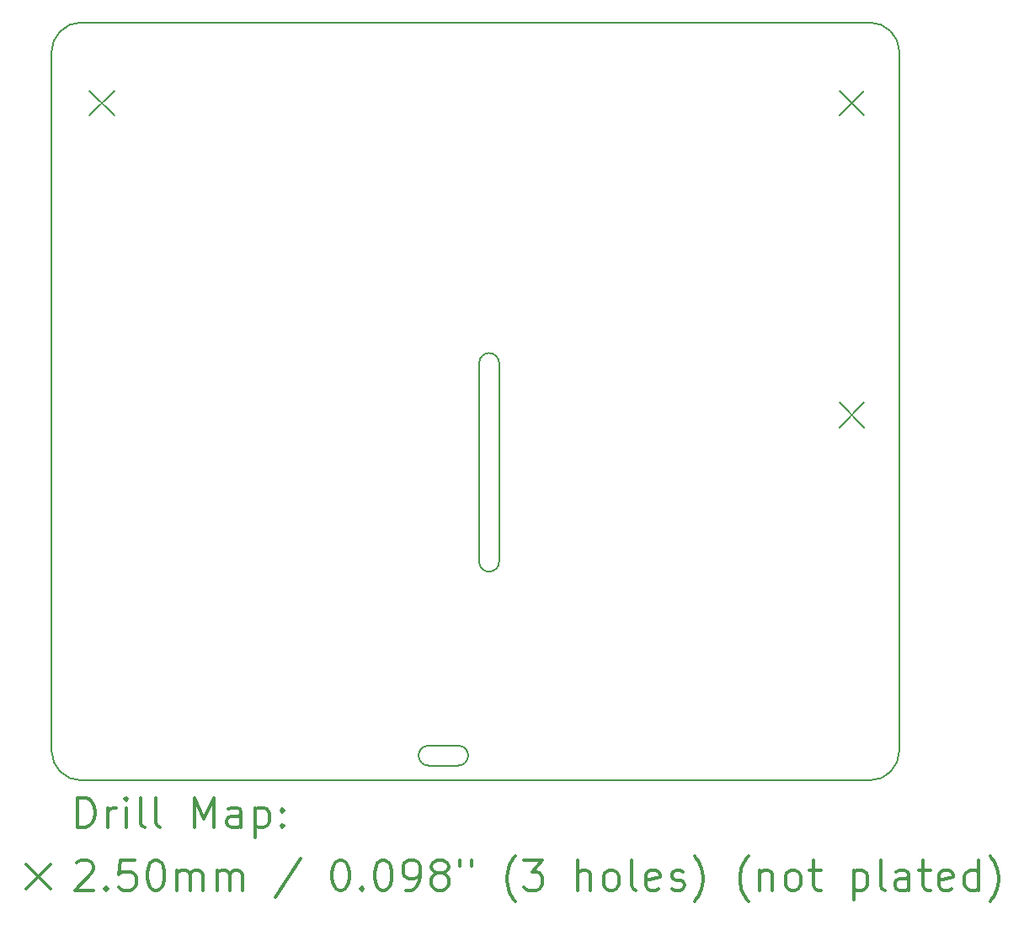
<source format=gbr>
%FSLAX45Y45*%
G04 Gerber Fmt 4.5, Leading zero omitted, Abs format (unit mm)*
G04 Created by KiCad (PCBNEW 4.0.5) date Thu May 18 11:17:48 2017*
%MOMM*%
%LPD*%
G01*
G04 APERTURE LIST*
%ADD10C,0.127000*%
%ADD11C,0.150000*%
%ADD12C,0.200000*%
%ADD13C,0.300000*%
G04 APERTURE END LIST*
D10*
D11*
X15840000Y-13450000D02*
X15990000Y-13450000D01*
X15990000Y-13250000D02*
X15840000Y-13250000D01*
X15990000Y-13450000D02*
X16140000Y-13450000D01*
X15990000Y-13250000D02*
X16140000Y-13250000D01*
X15840000Y-13250000D02*
G75*
G03X15740000Y-13350000I0J-100000D01*
G01*
X15740000Y-13350000D02*
G75*
G03X15840000Y-13450000I100000J0D01*
G01*
X16240000Y-13350000D02*
G75*
G03X16140000Y-13250000I-100000J0D01*
G01*
X16140000Y-13450000D02*
G75*
G03X16240000Y-13350000I0J100000D01*
G01*
X16350000Y-11400000D02*
G75*
G03X16450000Y-11500000I100000J0D01*
G01*
X16450000Y-11500000D02*
G75*
G03X16550000Y-11400000I0J100000D01*
G01*
X16450000Y-9300000D02*
G75*
G03X16350000Y-9400000I0J-100000D01*
G01*
X16550000Y-9400000D02*
G75*
G03X16450000Y-9300000I-100000J0D01*
G01*
X16350000Y-11400000D02*
X16350000Y-9400000D01*
X16550000Y-9400000D02*
X16550000Y-11400000D01*
X20575000Y-13300000D02*
X20575000Y-6275000D01*
X20575000Y-6275000D02*
G75*
G03X20275000Y-5975000I-300000J0D01*
G01*
X12050000Y-6275000D02*
X12050000Y-13300000D01*
X12350000Y-5975000D02*
G75*
G03X12050000Y-6275000I0J-300000D01*
G01*
X12350000Y-5975000D02*
X20275000Y-5975000D01*
X12350000Y-13600000D02*
X20275000Y-13600000D01*
X12050000Y-13300000D02*
G75*
G03X12350000Y-13600000I300000J0D01*
G01*
X20275000Y-13600000D02*
G75*
G03X20575000Y-13300000I0J300000D01*
G01*
D12*
X12430000Y-6660000D02*
X12680000Y-6910000D01*
X12680000Y-6660000D02*
X12430000Y-6910000D01*
X19970000Y-6660000D02*
X20220000Y-6910000D01*
X20220000Y-6660000D02*
X19970000Y-6910000D01*
X19970000Y-9800000D02*
X20220000Y-10050000D01*
X20220000Y-9800000D02*
X19970000Y-10050000D01*
D13*
X12313928Y-14073214D02*
X12313928Y-13773214D01*
X12385357Y-13773214D01*
X12428214Y-13787500D01*
X12456786Y-13816071D01*
X12471071Y-13844643D01*
X12485357Y-13901786D01*
X12485357Y-13944643D01*
X12471071Y-14001786D01*
X12456786Y-14030357D01*
X12428214Y-14058929D01*
X12385357Y-14073214D01*
X12313928Y-14073214D01*
X12613928Y-14073214D02*
X12613928Y-13873214D01*
X12613928Y-13930357D02*
X12628214Y-13901786D01*
X12642500Y-13887500D01*
X12671071Y-13873214D01*
X12699643Y-13873214D01*
X12799643Y-14073214D02*
X12799643Y-13873214D01*
X12799643Y-13773214D02*
X12785357Y-13787500D01*
X12799643Y-13801786D01*
X12813928Y-13787500D01*
X12799643Y-13773214D01*
X12799643Y-13801786D01*
X12985357Y-14073214D02*
X12956786Y-14058929D01*
X12942500Y-14030357D01*
X12942500Y-13773214D01*
X13142500Y-14073214D02*
X13113928Y-14058929D01*
X13099643Y-14030357D01*
X13099643Y-13773214D01*
X13485357Y-14073214D02*
X13485357Y-13773214D01*
X13585357Y-13987500D01*
X13685357Y-13773214D01*
X13685357Y-14073214D01*
X13956786Y-14073214D02*
X13956786Y-13916071D01*
X13942500Y-13887500D01*
X13913928Y-13873214D01*
X13856786Y-13873214D01*
X13828214Y-13887500D01*
X13956786Y-14058929D02*
X13928214Y-14073214D01*
X13856786Y-14073214D01*
X13828214Y-14058929D01*
X13813928Y-14030357D01*
X13813928Y-14001786D01*
X13828214Y-13973214D01*
X13856786Y-13958929D01*
X13928214Y-13958929D01*
X13956786Y-13944643D01*
X14099643Y-13873214D02*
X14099643Y-14173214D01*
X14099643Y-13887500D02*
X14128214Y-13873214D01*
X14185357Y-13873214D01*
X14213928Y-13887500D01*
X14228214Y-13901786D01*
X14242500Y-13930357D01*
X14242500Y-14016071D01*
X14228214Y-14044643D01*
X14213928Y-14058929D01*
X14185357Y-14073214D01*
X14128214Y-14073214D01*
X14099643Y-14058929D01*
X14371071Y-14044643D02*
X14385357Y-14058929D01*
X14371071Y-14073214D01*
X14356786Y-14058929D01*
X14371071Y-14044643D01*
X14371071Y-14073214D01*
X14371071Y-13887500D02*
X14385357Y-13901786D01*
X14371071Y-13916071D01*
X14356786Y-13901786D01*
X14371071Y-13887500D01*
X14371071Y-13916071D01*
X11792500Y-14442500D02*
X12042500Y-14692500D01*
X12042500Y-14442500D02*
X11792500Y-14692500D01*
X12299643Y-14431786D02*
X12313928Y-14417500D01*
X12342500Y-14403214D01*
X12413928Y-14403214D01*
X12442500Y-14417500D01*
X12456786Y-14431786D01*
X12471071Y-14460357D01*
X12471071Y-14488929D01*
X12456786Y-14531786D01*
X12285357Y-14703214D01*
X12471071Y-14703214D01*
X12599643Y-14674643D02*
X12613928Y-14688929D01*
X12599643Y-14703214D01*
X12585357Y-14688929D01*
X12599643Y-14674643D01*
X12599643Y-14703214D01*
X12885357Y-14403214D02*
X12742500Y-14403214D01*
X12728214Y-14546071D01*
X12742500Y-14531786D01*
X12771071Y-14517500D01*
X12842500Y-14517500D01*
X12871071Y-14531786D01*
X12885357Y-14546071D01*
X12899643Y-14574643D01*
X12899643Y-14646071D01*
X12885357Y-14674643D01*
X12871071Y-14688929D01*
X12842500Y-14703214D01*
X12771071Y-14703214D01*
X12742500Y-14688929D01*
X12728214Y-14674643D01*
X13085357Y-14403214D02*
X13113928Y-14403214D01*
X13142500Y-14417500D01*
X13156786Y-14431786D01*
X13171071Y-14460357D01*
X13185357Y-14517500D01*
X13185357Y-14588929D01*
X13171071Y-14646071D01*
X13156786Y-14674643D01*
X13142500Y-14688929D01*
X13113928Y-14703214D01*
X13085357Y-14703214D01*
X13056786Y-14688929D01*
X13042500Y-14674643D01*
X13028214Y-14646071D01*
X13013928Y-14588929D01*
X13013928Y-14517500D01*
X13028214Y-14460357D01*
X13042500Y-14431786D01*
X13056786Y-14417500D01*
X13085357Y-14403214D01*
X13313928Y-14703214D02*
X13313928Y-14503214D01*
X13313928Y-14531786D02*
X13328214Y-14517500D01*
X13356786Y-14503214D01*
X13399643Y-14503214D01*
X13428214Y-14517500D01*
X13442500Y-14546071D01*
X13442500Y-14703214D01*
X13442500Y-14546071D02*
X13456786Y-14517500D01*
X13485357Y-14503214D01*
X13528214Y-14503214D01*
X13556786Y-14517500D01*
X13571071Y-14546071D01*
X13571071Y-14703214D01*
X13713928Y-14703214D02*
X13713928Y-14503214D01*
X13713928Y-14531786D02*
X13728214Y-14517500D01*
X13756786Y-14503214D01*
X13799643Y-14503214D01*
X13828214Y-14517500D01*
X13842500Y-14546071D01*
X13842500Y-14703214D01*
X13842500Y-14546071D02*
X13856786Y-14517500D01*
X13885357Y-14503214D01*
X13928214Y-14503214D01*
X13956786Y-14517500D01*
X13971071Y-14546071D01*
X13971071Y-14703214D01*
X14556786Y-14388929D02*
X14299643Y-14774643D01*
X14942500Y-14403214D02*
X14971071Y-14403214D01*
X14999643Y-14417500D01*
X15013928Y-14431786D01*
X15028214Y-14460357D01*
X15042500Y-14517500D01*
X15042500Y-14588929D01*
X15028214Y-14646071D01*
X15013928Y-14674643D01*
X14999643Y-14688929D01*
X14971071Y-14703214D01*
X14942500Y-14703214D01*
X14913928Y-14688929D01*
X14899643Y-14674643D01*
X14885357Y-14646071D01*
X14871071Y-14588929D01*
X14871071Y-14517500D01*
X14885357Y-14460357D01*
X14899643Y-14431786D01*
X14913928Y-14417500D01*
X14942500Y-14403214D01*
X15171071Y-14674643D02*
X15185357Y-14688929D01*
X15171071Y-14703214D01*
X15156786Y-14688929D01*
X15171071Y-14674643D01*
X15171071Y-14703214D01*
X15371071Y-14403214D02*
X15399643Y-14403214D01*
X15428214Y-14417500D01*
X15442500Y-14431786D01*
X15456785Y-14460357D01*
X15471071Y-14517500D01*
X15471071Y-14588929D01*
X15456785Y-14646071D01*
X15442500Y-14674643D01*
X15428214Y-14688929D01*
X15399643Y-14703214D01*
X15371071Y-14703214D01*
X15342500Y-14688929D01*
X15328214Y-14674643D01*
X15313928Y-14646071D01*
X15299643Y-14588929D01*
X15299643Y-14517500D01*
X15313928Y-14460357D01*
X15328214Y-14431786D01*
X15342500Y-14417500D01*
X15371071Y-14403214D01*
X15613928Y-14703214D02*
X15671071Y-14703214D01*
X15699643Y-14688929D01*
X15713928Y-14674643D01*
X15742500Y-14631786D01*
X15756785Y-14574643D01*
X15756785Y-14460357D01*
X15742500Y-14431786D01*
X15728214Y-14417500D01*
X15699643Y-14403214D01*
X15642500Y-14403214D01*
X15613928Y-14417500D01*
X15599643Y-14431786D01*
X15585357Y-14460357D01*
X15585357Y-14531786D01*
X15599643Y-14560357D01*
X15613928Y-14574643D01*
X15642500Y-14588929D01*
X15699643Y-14588929D01*
X15728214Y-14574643D01*
X15742500Y-14560357D01*
X15756785Y-14531786D01*
X15928214Y-14531786D02*
X15899643Y-14517500D01*
X15885357Y-14503214D01*
X15871071Y-14474643D01*
X15871071Y-14460357D01*
X15885357Y-14431786D01*
X15899643Y-14417500D01*
X15928214Y-14403214D01*
X15985357Y-14403214D01*
X16013928Y-14417500D01*
X16028214Y-14431786D01*
X16042500Y-14460357D01*
X16042500Y-14474643D01*
X16028214Y-14503214D01*
X16013928Y-14517500D01*
X15985357Y-14531786D01*
X15928214Y-14531786D01*
X15899643Y-14546071D01*
X15885357Y-14560357D01*
X15871071Y-14588929D01*
X15871071Y-14646071D01*
X15885357Y-14674643D01*
X15899643Y-14688929D01*
X15928214Y-14703214D01*
X15985357Y-14703214D01*
X16013928Y-14688929D01*
X16028214Y-14674643D01*
X16042500Y-14646071D01*
X16042500Y-14588929D01*
X16028214Y-14560357D01*
X16013928Y-14546071D01*
X15985357Y-14531786D01*
X16156786Y-14403214D02*
X16156786Y-14460357D01*
X16271071Y-14403214D02*
X16271071Y-14460357D01*
X16713928Y-14817500D02*
X16699643Y-14803214D01*
X16671071Y-14760357D01*
X16656785Y-14731786D01*
X16642500Y-14688929D01*
X16628214Y-14617500D01*
X16628214Y-14560357D01*
X16642500Y-14488929D01*
X16656785Y-14446071D01*
X16671071Y-14417500D01*
X16699643Y-14374643D01*
X16713928Y-14360357D01*
X16799643Y-14403214D02*
X16985357Y-14403214D01*
X16885357Y-14517500D01*
X16928214Y-14517500D01*
X16956786Y-14531786D01*
X16971071Y-14546071D01*
X16985357Y-14574643D01*
X16985357Y-14646071D01*
X16971071Y-14674643D01*
X16956786Y-14688929D01*
X16928214Y-14703214D01*
X16842500Y-14703214D01*
X16813928Y-14688929D01*
X16799643Y-14674643D01*
X17342500Y-14703214D02*
X17342500Y-14403214D01*
X17471071Y-14703214D02*
X17471071Y-14546071D01*
X17456786Y-14517500D01*
X17428214Y-14503214D01*
X17385357Y-14503214D01*
X17356786Y-14517500D01*
X17342500Y-14531786D01*
X17656786Y-14703214D02*
X17628214Y-14688929D01*
X17613928Y-14674643D01*
X17599643Y-14646071D01*
X17599643Y-14560357D01*
X17613928Y-14531786D01*
X17628214Y-14517500D01*
X17656786Y-14503214D01*
X17699643Y-14503214D01*
X17728214Y-14517500D01*
X17742500Y-14531786D01*
X17756786Y-14560357D01*
X17756786Y-14646071D01*
X17742500Y-14674643D01*
X17728214Y-14688929D01*
X17699643Y-14703214D01*
X17656786Y-14703214D01*
X17928214Y-14703214D02*
X17899643Y-14688929D01*
X17885357Y-14660357D01*
X17885357Y-14403214D01*
X18156786Y-14688929D02*
X18128214Y-14703214D01*
X18071071Y-14703214D01*
X18042500Y-14688929D01*
X18028214Y-14660357D01*
X18028214Y-14546071D01*
X18042500Y-14517500D01*
X18071071Y-14503214D01*
X18128214Y-14503214D01*
X18156786Y-14517500D01*
X18171071Y-14546071D01*
X18171071Y-14574643D01*
X18028214Y-14603214D01*
X18285357Y-14688929D02*
X18313929Y-14703214D01*
X18371071Y-14703214D01*
X18399643Y-14688929D01*
X18413929Y-14660357D01*
X18413929Y-14646071D01*
X18399643Y-14617500D01*
X18371071Y-14603214D01*
X18328214Y-14603214D01*
X18299643Y-14588929D01*
X18285357Y-14560357D01*
X18285357Y-14546071D01*
X18299643Y-14517500D01*
X18328214Y-14503214D01*
X18371071Y-14503214D01*
X18399643Y-14517500D01*
X18513928Y-14817500D02*
X18528214Y-14803214D01*
X18556786Y-14760357D01*
X18571071Y-14731786D01*
X18585357Y-14688929D01*
X18599643Y-14617500D01*
X18599643Y-14560357D01*
X18585357Y-14488929D01*
X18571071Y-14446071D01*
X18556786Y-14417500D01*
X18528214Y-14374643D01*
X18513928Y-14360357D01*
X19056786Y-14817500D02*
X19042500Y-14803214D01*
X19013928Y-14760357D01*
X18999643Y-14731786D01*
X18985357Y-14688929D01*
X18971071Y-14617500D01*
X18971071Y-14560357D01*
X18985357Y-14488929D01*
X18999643Y-14446071D01*
X19013928Y-14417500D01*
X19042500Y-14374643D01*
X19056786Y-14360357D01*
X19171071Y-14503214D02*
X19171071Y-14703214D01*
X19171071Y-14531786D02*
X19185357Y-14517500D01*
X19213928Y-14503214D01*
X19256786Y-14503214D01*
X19285357Y-14517500D01*
X19299643Y-14546071D01*
X19299643Y-14703214D01*
X19485357Y-14703214D02*
X19456786Y-14688929D01*
X19442500Y-14674643D01*
X19428214Y-14646071D01*
X19428214Y-14560357D01*
X19442500Y-14531786D01*
X19456786Y-14517500D01*
X19485357Y-14503214D01*
X19528214Y-14503214D01*
X19556786Y-14517500D01*
X19571071Y-14531786D01*
X19585357Y-14560357D01*
X19585357Y-14646071D01*
X19571071Y-14674643D01*
X19556786Y-14688929D01*
X19528214Y-14703214D01*
X19485357Y-14703214D01*
X19671071Y-14503214D02*
X19785357Y-14503214D01*
X19713929Y-14403214D02*
X19713929Y-14660357D01*
X19728214Y-14688929D01*
X19756786Y-14703214D01*
X19785357Y-14703214D01*
X20113929Y-14503214D02*
X20113929Y-14803214D01*
X20113929Y-14517500D02*
X20142500Y-14503214D01*
X20199643Y-14503214D01*
X20228214Y-14517500D01*
X20242500Y-14531786D01*
X20256786Y-14560357D01*
X20256786Y-14646071D01*
X20242500Y-14674643D01*
X20228214Y-14688929D01*
X20199643Y-14703214D01*
X20142500Y-14703214D01*
X20113929Y-14688929D01*
X20428214Y-14703214D02*
X20399643Y-14688929D01*
X20385357Y-14660357D01*
X20385357Y-14403214D01*
X20671071Y-14703214D02*
X20671071Y-14546071D01*
X20656786Y-14517500D01*
X20628214Y-14503214D01*
X20571071Y-14503214D01*
X20542500Y-14517500D01*
X20671071Y-14688929D02*
X20642500Y-14703214D01*
X20571071Y-14703214D01*
X20542500Y-14688929D01*
X20528214Y-14660357D01*
X20528214Y-14631786D01*
X20542500Y-14603214D01*
X20571071Y-14588929D01*
X20642500Y-14588929D01*
X20671071Y-14574643D01*
X20771071Y-14503214D02*
X20885357Y-14503214D01*
X20813929Y-14403214D02*
X20813929Y-14660357D01*
X20828214Y-14688929D01*
X20856786Y-14703214D01*
X20885357Y-14703214D01*
X21099643Y-14688929D02*
X21071072Y-14703214D01*
X21013929Y-14703214D01*
X20985357Y-14688929D01*
X20971072Y-14660357D01*
X20971072Y-14546071D01*
X20985357Y-14517500D01*
X21013929Y-14503214D01*
X21071072Y-14503214D01*
X21099643Y-14517500D01*
X21113929Y-14546071D01*
X21113929Y-14574643D01*
X20971072Y-14603214D01*
X21371072Y-14703214D02*
X21371072Y-14403214D01*
X21371072Y-14688929D02*
X21342500Y-14703214D01*
X21285357Y-14703214D01*
X21256786Y-14688929D01*
X21242500Y-14674643D01*
X21228214Y-14646071D01*
X21228214Y-14560357D01*
X21242500Y-14531786D01*
X21256786Y-14517500D01*
X21285357Y-14503214D01*
X21342500Y-14503214D01*
X21371072Y-14517500D01*
X21485357Y-14817500D02*
X21499643Y-14803214D01*
X21528214Y-14760357D01*
X21542500Y-14731786D01*
X21556786Y-14688929D01*
X21571072Y-14617500D01*
X21571072Y-14560357D01*
X21556786Y-14488929D01*
X21542500Y-14446071D01*
X21528214Y-14417500D01*
X21499643Y-14374643D01*
X21485357Y-14360357D01*
M02*

</source>
